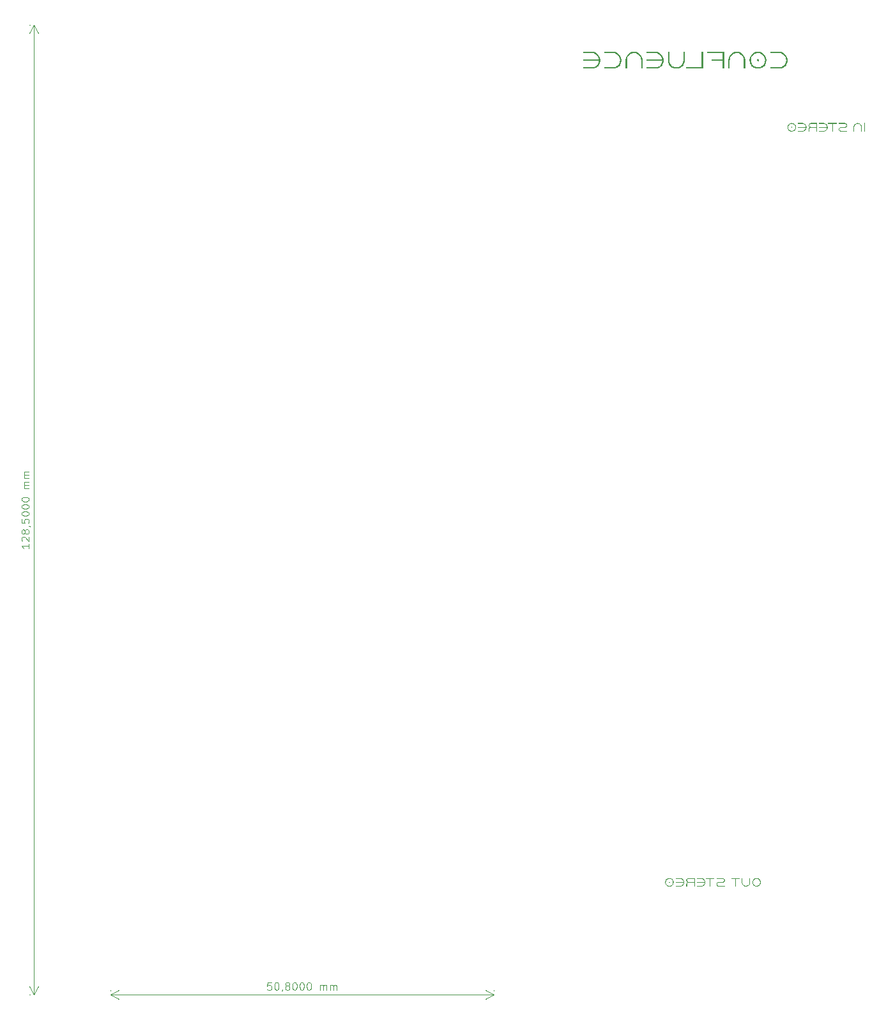
<source format=gbr>
%TF.GenerationSoftware,KiCad,Pcbnew,8.0.0*%
%TF.CreationDate,2024-04-17T18:49:56+02:00*%
%TF.ProjectId,4Channe_Mixer,34436861-6e6e-4655-9f4d-697865722e6b,rev?*%
%TF.SameCoordinates,Original*%
%TF.FileFunction,Legend,Bot*%
%TF.FilePolarity,Positive*%
%FSLAX46Y46*%
G04 Gerber Fmt 4.6, Leading zero omitted, Abs format (unit mm)*
G04 Created by KiCad (PCBNEW 8.0.0) date 2024-04-17 18:49:56*
%MOMM*%
%LPD*%
G01*
G04 APERTURE LIST*
%ADD10C,0.100000*%
%ADD11C,0.125000*%
G04 APERTURE END LIST*
D10*
G36*
X151729587Y-42704528D02*
G01*
X151723808Y-42819725D01*
X151706843Y-42931566D01*
X151679255Y-43039488D01*
X151641606Y-43142929D01*
X151594458Y-43241327D01*
X151538371Y-43334120D01*
X151473908Y-43420744D01*
X151401630Y-43500638D01*
X151322100Y-43573239D01*
X151235878Y-43637985D01*
X151143527Y-43694312D01*
X151045608Y-43741660D01*
X150942683Y-43779465D01*
X150835314Y-43807165D01*
X150724062Y-43824197D01*
X150609490Y-43830000D01*
X149489392Y-43830000D01*
X149489392Y-43642421D01*
X150609490Y-43642421D01*
X150751230Y-43631598D01*
X150886328Y-43600197D01*
X151013189Y-43549819D01*
X151130219Y-43482065D01*
X151235825Y-43398536D01*
X151328412Y-43300834D01*
X151406387Y-43190559D01*
X151468156Y-43069313D01*
X151512124Y-42938696D01*
X151536699Y-42800311D01*
X151541520Y-42704528D01*
X151530761Y-42561978D01*
X151499544Y-42426106D01*
X151449465Y-42298516D01*
X151382117Y-42180811D01*
X151299095Y-42074595D01*
X151201991Y-41981471D01*
X151092400Y-41903044D01*
X150971915Y-41840916D01*
X150842132Y-41796692D01*
X150704643Y-41771974D01*
X150609490Y-41767124D01*
X149489392Y-41767124D01*
X149489392Y-41579546D01*
X150609490Y-41579546D01*
X150724062Y-41585348D01*
X150835314Y-41602380D01*
X150942683Y-41630077D01*
X151045608Y-41667878D01*
X151143527Y-41715218D01*
X151235878Y-41771535D01*
X151322100Y-41836266D01*
X151401630Y-41908846D01*
X151473908Y-41988714D01*
X151538371Y-42075306D01*
X151594458Y-42168059D01*
X151641606Y-42266410D01*
X151679255Y-42369796D01*
X151706843Y-42477653D01*
X151723808Y-42589418D01*
X151729587Y-42704528D01*
G37*
G36*
X147904071Y-42585259D02*
G01*
X147949447Y-42675006D01*
X147950173Y-42689385D01*
X147913616Y-42783552D01*
X147823869Y-42828854D01*
X147809490Y-42829581D01*
X147714908Y-42793074D01*
X147669532Y-42703679D01*
X147668806Y-42689385D01*
X147705363Y-42594804D01*
X147795110Y-42549428D01*
X147809490Y-42548702D01*
X147904071Y-42585259D01*
G37*
G36*
X147924062Y-41585280D02*
G01*
X148035314Y-41602110D01*
X148142683Y-41629475D01*
X148245608Y-41666817D01*
X148343527Y-41713575D01*
X148435878Y-41769191D01*
X148522100Y-41833104D01*
X148601630Y-41904755D01*
X148673908Y-41983585D01*
X148738371Y-42069033D01*
X148794458Y-42160541D01*
X148841606Y-42257549D01*
X148879255Y-42359497D01*
X148906843Y-42465825D01*
X148923808Y-42575974D01*
X148929587Y-42689385D01*
X148923808Y-42806201D01*
X148906843Y-42919598D01*
X148879255Y-43029007D01*
X148841606Y-43133862D01*
X148794458Y-43233593D01*
X148738371Y-43327632D01*
X148673908Y-43415412D01*
X148601630Y-43496364D01*
X148522100Y-43569920D01*
X148435878Y-43635512D01*
X148343527Y-43692571D01*
X148245608Y-43740530D01*
X148142683Y-43778821D01*
X148035314Y-43806875D01*
X147924062Y-43824124D01*
X147809490Y-43830000D01*
X147694997Y-43824124D01*
X147583805Y-43806875D01*
X147476477Y-43778821D01*
X147373577Y-43740530D01*
X147275669Y-43692571D01*
X147183316Y-43635512D01*
X147097082Y-43569920D01*
X147017532Y-43496364D01*
X146945229Y-43415412D01*
X146880737Y-43327632D01*
X146824620Y-43233593D01*
X146777441Y-43133862D01*
X146739765Y-43029007D01*
X146712156Y-42919598D01*
X146695177Y-42806201D01*
X146689392Y-42689385D01*
X146877459Y-42689385D01*
X146888218Y-42833902D01*
X146919435Y-42971790D01*
X146969514Y-43101393D01*
X147036862Y-43221054D01*
X147119884Y-43329117D01*
X147216988Y-43423925D01*
X147326579Y-43503821D01*
X147447064Y-43567148D01*
X147576847Y-43612251D01*
X147714336Y-43637471D01*
X147809490Y-43642421D01*
X147951230Y-43631376D01*
X148086328Y-43599344D01*
X148213189Y-43547982D01*
X148330219Y-43478948D01*
X148435825Y-43393897D01*
X148528412Y-43294487D01*
X148606387Y-43182374D01*
X148668156Y-43059215D01*
X148712124Y-42926666D01*
X148736699Y-42786384D01*
X148741520Y-42689385D01*
X148730761Y-42548902D01*
X148699544Y-42415081D01*
X148649465Y-42289486D01*
X148582117Y-42173679D01*
X148499095Y-42069222D01*
X148401991Y-41977679D01*
X148292400Y-41900611D01*
X148171915Y-41839581D01*
X148042132Y-41796151D01*
X147904643Y-41771884D01*
X147809490Y-41767124D01*
X147667749Y-41777748D01*
X147532651Y-41808575D01*
X147405790Y-41858045D01*
X147288760Y-41924595D01*
X147183154Y-42006662D01*
X147090567Y-42102684D01*
X147012592Y-42211097D01*
X146950823Y-42330341D01*
X146906855Y-42458851D01*
X146882280Y-42595067D01*
X146877459Y-42689385D01*
X146689392Y-42689385D01*
X146695177Y-42575974D01*
X146712156Y-42465825D01*
X146739765Y-42359497D01*
X146777441Y-42257549D01*
X146824620Y-42160541D01*
X146880737Y-42069033D01*
X146945229Y-41983585D01*
X147017532Y-41904755D01*
X147097082Y-41833104D01*
X147183316Y-41769191D01*
X147275669Y-41713575D01*
X147373577Y-41666817D01*
X147476477Y-41629475D01*
X147583805Y-41602110D01*
X147694997Y-41585280D01*
X147809490Y-41579546D01*
X147924062Y-41585280D01*
G37*
G36*
X145009490Y-41579546D02*
G01*
X145124062Y-41585343D01*
X145235314Y-41602359D01*
X145342683Y-41630032D01*
X145445608Y-41667802D01*
X145543527Y-41715105D01*
X145635878Y-41771381D01*
X145722100Y-41836067D01*
X145801630Y-41908602D01*
X145873908Y-41988425D01*
X145938371Y-42074972D01*
X145994458Y-42167684D01*
X146041606Y-42265998D01*
X146079255Y-42369352D01*
X146106843Y-42477185D01*
X146123808Y-42588935D01*
X146129587Y-42704040D01*
X146129587Y-43830000D01*
X145941520Y-43830000D01*
X145941520Y-42704040D01*
X145930761Y-42561614D01*
X145899544Y-42425844D01*
X145849465Y-42298334D01*
X145782117Y-42180691D01*
X145699095Y-42074522D01*
X145601991Y-41981430D01*
X145492400Y-41903024D01*
X145371915Y-41840909D01*
X145242132Y-41796690D01*
X145104643Y-41771974D01*
X145009490Y-41767124D01*
X144867749Y-41777946D01*
X144732651Y-41809342D01*
X144605790Y-41859705D01*
X144488760Y-41927429D01*
X144383154Y-42010908D01*
X144290567Y-42108538D01*
X144212592Y-42218710D01*
X144150823Y-42339820D01*
X144106855Y-42470262D01*
X144082280Y-42608430D01*
X144077459Y-42704040D01*
X144077459Y-43830000D01*
X143889392Y-43830000D01*
X143889392Y-42704040D01*
X143895177Y-42588935D01*
X143912156Y-42477185D01*
X143939765Y-42369352D01*
X143977441Y-42265998D01*
X144024620Y-42167684D01*
X144080737Y-42074972D01*
X144145229Y-41988425D01*
X144217532Y-41908602D01*
X144297082Y-41836067D01*
X144383316Y-41771381D01*
X144475669Y-41715105D01*
X144573577Y-41667802D01*
X144676477Y-41630032D01*
X144783805Y-41602359D01*
X144894997Y-41585343D01*
X145009490Y-41579546D01*
G37*
G36*
X141696580Y-41579546D02*
G01*
X143329587Y-41579546D01*
X143329587Y-41723649D01*
X143329587Y-41767124D01*
X143329587Y-43830000D01*
X143141520Y-43830000D01*
X143141520Y-42798806D01*
X141696580Y-42798806D01*
X141696580Y-42610739D01*
X143141520Y-42610251D01*
X143141520Y-41767124D01*
X141696580Y-41767124D01*
X141257919Y-41767124D01*
X141089392Y-41767124D01*
X141089392Y-41579546D01*
X141696580Y-41579546D01*
G37*
G36*
X138896580Y-43642421D02*
G01*
X140341520Y-43642421D01*
X140341520Y-41579057D01*
X140529587Y-41579057D01*
X140529587Y-43642421D01*
X140529587Y-43685896D01*
X140529587Y-43830000D01*
X138896580Y-43830000D01*
X138289392Y-43830000D01*
X138289392Y-43642421D01*
X138457919Y-43642421D01*
X138896580Y-43642421D01*
G37*
G36*
X136058478Y-42705017D02*
G01*
X136069237Y-42847567D01*
X136100454Y-42983439D01*
X136150533Y-43111030D01*
X136217880Y-43228735D01*
X136300903Y-43334951D01*
X136398007Y-43428074D01*
X136507598Y-43506501D01*
X136628082Y-43568629D01*
X136757866Y-43612854D01*
X136895355Y-43637571D01*
X136990508Y-43642421D01*
X137132249Y-43631599D01*
X137267347Y-43600200D01*
X137394208Y-43549830D01*
X137511238Y-43482091D01*
X137616844Y-43398587D01*
X137709431Y-43300921D01*
X137787406Y-43190697D01*
X137849175Y-43069519D01*
X137893143Y-42938990D01*
X137917718Y-42800713D01*
X137922539Y-42705017D01*
X137922539Y-41579057D01*
X138110606Y-41579057D01*
X138110606Y-42705017D01*
X138104826Y-42820127D01*
X138087862Y-42931893D01*
X138060274Y-43039750D01*
X138022625Y-43143135D01*
X137975476Y-43241486D01*
X137919390Y-43334239D01*
X137854927Y-43420831D01*
X137782649Y-43500699D01*
X137703118Y-43573280D01*
X137616897Y-43638010D01*
X137524546Y-43694327D01*
X137426627Y-43741668D01*
X137323702Y-43779468D01*
X137216333Y-43807166D01*
X137105081Y-43824197D01*
X136990508Y-43830000D01*
X136876016Y-43824197D01*
X136764824Y-43807166D01*
X136657496Y-43779468D01*
X136554596Y-43741668D01*
X136456687Y-43694327D01*
X136364335Y-43638010D01*
X136278101Y-43573280D01*
X136198551Y-43500699D01*
X136126248Y-43420831D01*
X136061756Y-43334239D01*
X136005639Y-43241486D01*
X135958460Y-43143135D01*
X135920784Y-43039750D01*
X135893175Y-42931893D01*
X135876196Y-42820127D01*
X135870411Y-42705017D01*
X135870411Y-41579057D01*
X136058478Y-41579057D01*
X136058478Y-42705017D01*
G37*
G36*
X135310606Y-42704528D02*
G01*
X135304826Y-42819725D01*
X135287862Y-42931566D01*
X135260274Y-43039488D01*
X135222625Y-43142929D01*
X135175476Y-43241327D01*
X135119390Y-43334120D01*
X135054927Y-43420744D01*
X134982649Y-43500638D01*
X134903118Y-43573239D01*
X134816897Y-43637985D01*
X134724546Y-43694312D01*
X134626627Y-43741660D01*
X134523702Y-43779465D01*
X134416333Y-43807165D01*
X134305081Y-43824197D01*
X134190508Y-43830000D01*
X133070411Y-43830000D01*
X133070411Y-43642421D01*
X134190508Y-43642421D01*
X134323674Y-43632866D01*
X134451090Y-43605088D01*
X134571438Y-43560415D01*
X134683400Y-43500174D01*
X134785657Y-43425695D01*
X134876890Y-43338305D01*
X134955780Y-43239333D01*
X135021010Y-43130106D01*
X135071261Y-43011954D01*
X135105213Y-42886204D01*
X135118143Y-42798806D01*
X133070411Y-42798806D01*
X133070411Y-42610739D01*
X135118143Y-42610739D01*
X135095788Y-42480674D01*
X135056256Y-42357343D01*
X135000866Y-42242067D01*
X134930936Y-42136172D01*
X134847785Y-42040979D01*
X134752731Y-41957814D01*
X134647093Y-41887998D01*
X134532189Y-41832856D01*
X134409338Y-41793711D01*
X134279859Y-41771887D01*
X134190508Y-41767613D01*
X133070411Y-41767613D01*
X133070411Y-41579546D01*
X134190508Y-41579546D01*
X134305081Y-41585348D01*
X134416333Y-41602380D01*
X134523702Y-41630077D01*
X134626627Y-41667878D01*
X134724546Y-41715218D01*
X134816897Y-41771535D01*
X134903118Y-41836266D01*
X134982649Y-41908846D01*
X135054927Y-41988714D01*
X135119390Y-42075306D01*
X135175476Y-42168059D01*
X135222625Y-42266410D01*
X135260274Y-42369796D01*
X135287862Y-42477653D01*
X135304826Y-42589418D01*
X135310606Y-42704528D01*
G37*
G36*
X131390508Y-41579546D02*
G01*
X131505081Y-41585343D01*
X131616333Y-41602359D01*
X131723702Y-41630032D01*
X131826627Y-41667802D01*
X131924546Y-41715105D01*
X132016897Y-41771381D01*
X132103118Y-41836067D01*
X132182649Y-41908602D01*
X132254927Y-41988425D01*
X132319390Y-42074972D01*
X132375476Y-42167684D01*
X132422625Y-42265998D01*
X132460274Y-42369352D01*
X132487862Y-42477185D01*
X132504826Y-42588935D01*
X132510606Y-42704040D01*
X132510606Y-43830000D01*
X132322539Y-43830000D01*
X132322539Y-42704040D01*
X132311779Y-42561614D01*
X132280563Y-42425844D01*
X132230484Y-42298334D01*
X132163136Y-42180691D01*
X132080113Y-42074522D01*
X131983010Y-41981430D01*
X131873418Y-41903024D01*
X131752934Y-41840909D01*
X131623151Y-41796690D01*
X131485661Y-41771974D01*
X131390508Y-41767124D01*
X131248768Y-41777946D01*
X131113670Y-41809342D01*
X130986809Y-41859705D01*
X130869779Y-41927429D01*
X130764173Y-42010908D01*
X130671586Y-42108538D01*
X130593611Y-42218710D01*
X130531842Y-42339820D01*
X130487874Y-42470262D01*
X130463299Y-42608430D01*
X130458478Y-42704040D01*
X130458478Y-43830000D01*
X130270411Y-43830000D01*
X130270411Y-42704040D01*
X130276196Y-42588935D01*
X130293175Y-42477185D01*
X130320784Y-42369352D01*
X130358460Y-42265998D01*
X130405639Y-42167684D01*
X130461756Y-42074972D01*
X130526248Y-41988425D01*
X130598551Y-41908602D01*
X130678101Y-41836067D01*
X130764335Y-41771381D01*
X130856687Y-41715105D01*
X130954596Y-41667802D01*
X131057496Y-41630032D01*
X131164824Y-41602359D01*
X131276016Y-41585343D01*
X131390508Y-41579546D01*
G37*
G36*
X129710606Y-42704528D02*
G01*
X129704826Y-42819725D01*
X129687862Y-42931566D01*
X129660274Y-43039488D01*
X129622625Y-43142929D01*
X129575476Y-43241327D01*
X129519390Y-43334120D01*
X129454927Y-43420744D01*
X129382649Y-43500638D01*
X129303118Y-43573239D01*
X129216897Y-43637985D01*
X129124546Y-43694312D01*
X129026627Y-43741660D01*
X128923702Y-43779465D01*
X128816333Y-43807165D01*
X128705081Y-43824197D01*
X128590508Y-43830000D01*
X127470411Y-43830000D01*
X127470411Y-43642421D01*
X128590508Y-43642421D01*
X128732249Y-43631598D01*
X128867347Y-43600197D01*
X128994208Y-43549819D01*
X129111238Y-43482065D01*
X129216844Y-43398536D01*
X129309431Y-43300834D01*
X129387406Y-43190559D01*
X129449175Y-43069313D01*
X129493143Y-42938696D01*
X129517718Y-42800311D01*
X129522539Y-42704528D01*
X129511779Y-42561978D01*
X129480563Y-42426106D01*
X129430484Y-42298516D01*
X129363136Y-42180811D01*
X129280113Y-42074595D01*
X129183010Y-41981471D01*
X129073418Y-41903044D01*
X128952934Y-41840916D01*
X128823151Y-41796692D01*
X128685661Y-41771974D01*
X128590508Y-41767124D01*
X127470411Y-41767124D01*
X127470411Y-41579546D01*
X128590508Y-41579546D01*
X128705081Y-41585348D01*
X128816333Y-41602380D01*
X128923702Y-41630077D01*
X129026627Y-41667878D01*
X129124546Y-41715218D01*
X129216897Y-41771535D01*
X129303118Y-41836266D01*
X129382649Y-41908846D01*
X129454927Y-41988714D01*
X129519390Y-42075306D01*
X129575476Y-42168059D01*
X129622625Y-42266410D01*
X129660274Y-42369796D01*
X129687862Y-42477653D01*
X129704826Y-42589418D01*
X129710606Y-42704528D01*
G37*
G36*
X126910606Y-42704528D02*
G01*
X126904826Y-42819725D01*
X126887862Y-42931566D01*
X126860274Y-43039488D01*
X126822625Y-43142929D01*
X126775476Y-43241327D01*
X126719390Y-43334120D01*
X126654927Y-43420744D01*
X126582649Y-43500638D01*
X126503118Y-43573239D01*
X126416897Y-43637985D01*
X126324546Y-43694312D01*
X126226627Y-43741660D01*
X126123702Y-43779465D01*
X126016333Y-43807165D01*
X125905081Y-43824197D01*
X125790508Y-43830000D01*
X124670411Y-43830000D01*
X124670411Y-43642421D01*
X125790508Y-43642421D01*
X125923674Y-43632866D01*
X126051090Y-43605088D01*
X126171438Y-43560415D01*
X126283400Y-43500174D01*
X126385657Y-43425695D01*
X126476890Y-43338305D01*
X126555780Y-43239333D01*
X126621010Y-43130106D01*
X126671261Y-43011954D01*
X126705213Y-42886204D01*
X126718143Y-42798806D01*
X124670411Y-42798806D01*
X124670411Y-42610739D01*
X126718143Y-42610739D01*
X126695788Y-42480674D01*
X126656256Y-42357343D01*
X126600866Y-42242067D01*
X126530936Y-42136172D01*
X126447785Y-42040979D01*
X126352731Y-41957814D01*
X126247093Y-41887998D01*
X126132189Y-41832856D01*
X126009338Y-41793711D01*
X125879859Y-41771887D01*
X125790508Y-41767613D01*
X124670411Y-41767613D01*
X124670411Y-41579546D01*
X125790508Y-41579546D01*
X125905081Y-41585348D01*
X126016333Y-41602380D01*
X126123702Y-41630077D01*
X126226627Y-41667878D01*
X126324546Y-41715218D01*
X126416897Y-41771535D01*
X126503118Y-41836266D01*
X126582649Y-41908846D01*
X126654927Y-41988714D01*
X126719390Y-42075306D01*
X126775476Y-42168059D01*
X126822625Y-42266410D01*
X126860274Y-42369796D01*
X126887862Y-42477653D01*
X126904826Y-42589418D01*
X126910606Y-42704528D01*
G37*
D11*
G36*
X147682163Y-151027674D02*
G01*
X147737789Y-151036190D01*
X147791473Y-151050038D01*
X147842936Y-151068939D01*
X147891895Y-151092609D01*
X147938071Y-151120767D01*
X147981182Y-151153133D01*
X148020947Y-151189423D01*
X148057086Y-151229357D01*
X148089317Y-151272653D01*
X148117361Y-151319029D01*
X148140935Y-151368205D01*
X148159759Y-151419898D01*
X148173553Y-151473826D01*
X148182036Y-151529709D01*
X148184925Y-151587264D01*
X148182036Y-151644862D01*
X148173553Y-151700783D01*
X148159759Y-151754744D01*
X148140935Y-151806464D01*
X148117361Y-151855663D01*
X148089317Y-151902060D01*
X148057086Y-151945372D01*
X148020947Y-151985319D01*
X147981182Y-152021619D01*
X147938071Y-152053992D01*
X147891895Y-152082156D01*
X147842936Y-152105830D01*
X147791473Y-152124732D01*
X147737789Y-152138582D01*
X147682163Y-152147098D01*
X147624877Y-152150000D01*
X147567630Y-152147098D01*
X147512034Y-152138582D01*
X147458370Y-152124732D01*
X147406920Y-152105830D01*
X147357966Y-152082156D01*
X147311790Y-152053992D01*
X147268673Y-152021619D01*
X147228898Y-151985319D01*
X147192746Y-151945372D01*
X147160500Y-151902060D01*
X147132442Y-151855663D01*
X147108852Y-151806464D01*
X147090014Y-151754744D01*
X147076210Y-151700783D01*
X147067720Y-151644862D01*
X147064828Y-151587264D01*
X147158861Y-151587264D01*
X147164241Y-151658602D01*
X147179849Y-151726588D01*
X147204889Y-151790424D01*
X147238563Y-151849307D01*
X147280074Y-151902438D01*
X147328626Y-151949016D01*
X147383421Y-151988241D01*
X147443664Y-152019310D01*
X147508555Y-152041426D01*
X147577300Y-152053785D01*
X147624877Y-152056210D01*
X147695747Y-152050799D01*
X147763296Y-152035098D01*
X147826726Y-152009909D01*
X147885241Y-151976032D01*
X147938044Y-151934268D01*
X147984338Y-151885417D01*
X148023325Y-151830279D01*
X148054210Y-151769656D01*
X148076194Y-151704348D01*
X148088481Y-151635155D01*
X148090892Y-151587264D01*
X148085512Y-151515989D01*
X148069904Y-151448053D01*
X148044864Y-151384258D01*
X148011190Y-151325405D01*
X147969679Y-151272297D01*
X147921127Y-151225735D01*
X147866332Y-151186522D01*
X147806089Y-151155458D01*
X147741198Y-151133346D01*
X147672453Y-151120987D01*
X147624877Y-151118562D01*
X147554006Y-151123973D01*
X147486457Y-151139672D01*
X147423027Y-151164857D01*
X147364512Y-151198727D01*
X147311709Y-151240479D01*
X147265415Y-151289312D01*
X147226428Y-151344424D01*
X147195543Y-151405013D01*
X147173559Y-151470278D01*
X147161272Y-151539416D01*
X147158861Y-151587264D01*
X147064828Y-151587264D01*
X147067720Y-151529709D01*
X147076210Y-151473826D01*
X147090014Y-151419898D01*
X147108852Y-151368205D01*
X147132442Y-151319029D01*
X147160500Y-151272653D01*
X147192746Y-151229357D01*
X147228898Y-151189423D01*
X147268673Y-151153133D01*
X147311790Y-151120767D01*
X147357966Y-151092609D01*
X147406920Y-151068939D01*
X147458370Y-151050038D01*
X147512034Y-151036190D01*
X147567630Y-151027674D01*
X147624877Y-151024773D01*
X147682163Y-151027674D01*
G37*
G36*
X145758861Y-151587508D02*
G01*
X145764241Y-151658783D01*
X145779849Y-151726719D01*
X145804889Y-151790515D01*
X145838563Y-151849367D01*
X145880074Y-151902475D01*
X145928626Y-151949037D01*
X145983421Y-151988250D01*
X146043664Y-152019314D01*
X146108555Y-152041427D01*
X146177300Y-152053785D01*
X146224877Y-152056210D01*
X146295747Y-152050799D01*
X146363296Y-152035100D01*
X146426726Y-152009915D01*
X146485241Y-151976045D01*
X146538044Y-151934293D01*
X146584338Y-151885460D01*
X146623325Y-151830348D01*
X146654210Y-151769759D01*
X146676194Y-151704495D01*
X146688481Y-151635356D01*
X146690892Y-151587508D01*
X146690892Y-151024528D01*
X146784925Y-151024528D01*
X146784925Y-151587508D01*
X146782036Y-151645063D01*
X146773553Y-151700946D01*
X146759759Y-151754875D01*
X146740935Y-151806567D01*
X146717361Y-151855743D01*
X146689317Y-151902119D01*
X146657086Y-151945415D01*
X146620947Y-151985349D01*
X146581182Y-152021640D01*
X146538071Y-152054005D01*
X146491895Y-152082163D01*
X146442936Y-152105834D01*
X146391473Y-152124734D01*
X146337789Y-152138583D01*
X146282163Y-152147098D01*
X146224877Y-152150000D01*
X146167630Y-152147098D01*
X146112034Y-152138583D01*
X146058370Y-152124734D01*
X146006920Y-152105834D01*
X145957966Y-152082163D01*
X145911790Y-152054005D01*
X145868673Y-152021640D01*
X145828898Y-151985349D01*
X145792746Y-151945415D01*
X145760500Y-151902119D01*
X145732442Y-151855743D01*
X145708852Y-151806567D01*
X145690014Y-151754875D01*
X145676210Y-151700946D01*
X145667720Y-151645063D01*
X145664828Y-151587508D01*
X145664828Y-151024528D01*
X145758861Y-151024528D01*
X145758861Y-151587508D01*
G37*
G36*
X145384925Y-151118562D02*
G01*
X144872015Y-151118562D01*
X144872015Y-152150000D01*
X144777982Y-152150000D01*
X144777982Y-151118562D01*
X144264828Y-151118562D01*
X144264828Y-151024773D01*
X145384925Y-151024773D01*
X145384925Y-151118562D01*
G37*
G36*
X143121771Y-151024773D02*
G01*
X143182911Y-151030948D01*
X143239855Y-151048667D01*
X143291383Y-151076718D01*
X143336277Y-151113891D01*
X143373317Y-151158975D01*
X143401284Y-151210760D01*
X143418958Y-151268034D01*
X143425121Y-151329588D01*
X143418958Y-151391071D01*
X143401284Y-151448313D01*
X143373317Y-151500093D01*
X143336277Y-151545193D01*
X143291383Y-151582393D01*
X143239855Y-151610475D01*
X143182911Y-151628218D01*
X143121771Y-151634403D01*
X142608617Y-151634403D01*
X142556315Y-151641048D01*
X142508821Y-151659874D01*
X142467797Y-151689213D01*
X142434902Y-151727401D01*
X142411796Y-151772771D01*
X142400141Y-151823658D01*
X142399057Y-151845184D01*
X142405667Y-151897827D01*
X142424392Y-151945645D01*
X142453570Y-151986960D01*
X142491542Y-152020095D01*
X142536647Y-152043373D01*
X142587225Y-152055118D01*
X142608617Y-152056210D01*
X143425121Y-152056210D01*
X143425121Y-152150000D01*
X142608617Y-152150000D01*
X142547467Y-152143824D01*
X142490495Y-152126106D01*
X142438927Y-152098054D01*
X142393989Y-152060881D01*
X142356904Y-152015797D01*
X142328898Y-151964012D01*
X142311196Y-151906738D01*
X142305023Y-151845184D01*
X142311196Y-151783631D01*
X142328898Y-151726356D01*
X142356904Y-151674572D01*
X142393989Y-151629487D01*
X142438927Y-151592314D01*
X142490495Y-151564263D01*
X142547467Y-151546545D01*
X142608617Y-151540369D01*
X143121771Y-151540369D01*
X143174057Y-151533708D01*
X143221510Y-151514842D01*
X143262481Y-151485448D01*
X143295320Y-151447204D01*
X143318378Y-151401786D01*
X143330006Y-151350872D01*
X143331087Y-151329344D01*
X143324493Y-151276798D01*
X143305809Y-151229048D01*
X143276684Y-151187776D01*
X143238769Y-151154665D01*
X143193711Y-151131397D01*
X143143160Y-151119655D01*
X143121771Y-151118562D01*
X142305023Y-151118562D01*
X142305023Y-151024773D01*
X143121771Y-151024773D01*
G37*
G36*
X142025121Y-151118562D02*
G01*
X141512211Y-151118562D01*
X141512211Y-152150000D01*
X141418177Y-152150000D01*
X141418177Y-151118562D01*
X140905023Y-151118562D01*
X140905023Y-151024773D01*
X142025121Y-151024773D01*
X142025121Y-151118562D01*
G37*
G36*
X140835170Y-151587264D02*
G01*
X140832280Y-151644862D01*
X140823798Y-151700783D01*
X140810004Y-151754744D01*
X140791179Y-151806464D01*
X140767605Y-151855663D01*
X140739561Y-151902060D01*
X140707330Y-151945372D01*
X140671191Y-151985319D01*
X140631426Y-152021619D01*
X140588315Y-152053992D01*
X140542139Y-152082156D01*
X140493180Y-152105830D01*
X140441718Y-152124732D01*
X140388033Y-152138582D01*
X140332407Y-152147098D01*
X140275121Y-152150000D01*
X139715072Y-152150000D01*
X139715072Y-152056210D01*
X140275121Y-152056210D01*
X140341703Y-152051433D01*
X140405412Y-152037544D01*
X140465586Y-152015207D01*
X140521567Y-151985087D01*
X140572695Y-151947847D01*
X140618311Y-151904152D01*
X140657757Y-151854666D01*
X140690372Y-151800053D01*
X140715497Y-151740977D01*
X140732473Y-151678102D01*
X140738938Y-151634403D01*
X139715072Y-151634403D01*
X139715072Y-151540369D01*
X140738938Y-151540369D01*
X140727761Y-151475337D01*
X140707995Y-151413671D01*
X140680300Y-151356033D01*
X140645335Y-151303086D01*
X140603759Y-151255489D01*
X140556232Y-151213907D01*
X140503413Y-151178999D01*
X140445961Y-151151428D01*
X140384536Y-151131855D01*
X140319796Y-151120943D01*
X140275121Y-151118806D01*
X139715072Y-151118806D01*
X139715072Y-151024773D01*
X140275121Y-151024773D01*
X140332407Y-151027674D01*
X140388033Y-151036190D01*
X140441718Y-151050038D01*
X140493180Y-151068939D01*
X140542139Y-151092609D01*
X140588315Y-151120767D01*
X140631426Y-151153133D01*
X140671191Y-151189423D01*
X140707330Y-151229357D01*
X140739561Y-151272653D01*
X140767605Y-151319029D01*
X140791179Y-151368205D01*
X140810004Y-151419898D01*
X140823798Y-151473826D01*
X140832280Y-151529709D01*
X140835170Y-151587264D01*
G37*
G36*
X139435170Y-152150000D02*
G01*
X139341136Y-152150000D01*
X139341136Y-151634403D01*
X138618422Y-151634403D01*
X138566217Y-151641047D01*
X138518791Y-151659866D01*
X138477809Y-151689188D01*
X138444938Y-151727342D01*
X138421842Y-151772655D01*
X138410190Y-151823457D01*
X138409105Y-151844940D01*
X138409105Y-152150000D01*
X138315072Y-152150000D01*
X138315072Y-151844940D01*
X138319115Y-151795084D01*
X138334018Y-151738759D01*
X138358837Y-151687304D01*
X138392461Y-151641830D01*
X138433780Y-151603448D01*
X138456977Y-151587264D01*
X138412228Y-151552845D01*
X138374618Y-151510778D01*
X138345258Y-151462175D01*
X138325258Y-151408146D01*
X138316543Y-151359779D01*
X138315072Y-151329588D01*
X138409105Y-151329588D01*
X138415715Y-151382118D01*
X138434433Y-151429834D01*
X138463594Y-151471070D01*
X138501531Y-151504159D01*
X138546580Y-151527437D01*
X138597073Y-151539237D01*
X138618422Y-151540369D01*
X139341380Y-151540369D01*
X139341380Y-151118562D01*
X138618666Y-151118562D01*
X138566363Y-151125223D01*
X138518870Y-151144089D01*
X138477845Y-151173483D01*
X138444950Y-151211727D01*
X138421845Y-151257145D01*
X138410190Y-151308059D01*
X138409105Y-151329588D01*
X138315072Y-151329588D01*
X138321245Y-151268034D01*
X138338947Y-151210760D01*
X138366953Y-151158975D01*
X138404037Y-151113891D01*
X138448976Y-151076718D01*
X138500544Y-151048667D01*
X138557515Y-151030948D01*
X138618666Y-151024773D01*
X139435170Y-151024773D01*
X139435170Y-152150000D01*
G37*
G36*
X138035170Y-151587264D02*
G01*
X138032280Y-151644862D01*
X138023798Y-151700783D01*
X138010004Y-151754744D01*
X137991179Y-151806464D01*
X137967605Y-151855663D01*
X137939561Y-151902060D01*
X137907330Y-151945372D01*
X137871191Y-151985319D01*
X137831426Y-152021619D01*
X137788315Y-152053992D01*
X137742139Y-152082156D01*
X137693180Y-152105830D01*
X137641718Y-152124732D01*
X137588033Y-152138582D01*
X137532407Y-152147098D01*
X137475121Y-152150000D01*
X136915072Y-152150000D01*
X136915072Y-152056210D01*
X137475121Y-152056210D01*
X137541703Y-152051433D01*
X137605412Y-152037544D01*
X137665586Y-152015207D01*
X137721567Y-151985087D01*
X137772695Y-151947847D01*
X137818311Y-151904152D01*
X137857757Y-151854666D01*
X137890372Y-151800053D01*
X137915497Y-151740977D01*
X137932473Y-151678102D01*
X137938938Y-151634403D01*
X136915072Y-151634403D01*
X136915072Y-151540369D01*
X137938938Y-151540369D01*
X137927761Y-151475337D01*
X137907995Y-151413671D01*
X137880300Y-151356033D01*
X137845335Y-151303086D01*
X137803759Y-151255489D01*
X137756232Y-151213907D01*
X137703413Y-151178999D01*
X137645961Y-151151428D01*
X137584536Y-151131855D01*
X137519796Y-151120943D01*
X137475121Y-151118806D01*
X136915072Y-151118806D01*
X136915072Y-151024773D01*
X137475121Y-151024773D01*
X137532407Y-151027674D01*
X137588033Y-151036190D01*
X137641718Y-151050038D01*
X137693180Y-151068939D01*
X137742139Y-151092609D01*
X137788315Y-151120767D01*
X137831426Y-151153133D01*
X137871191Y-151189423D01*
X137907330Y-151229357D01*
X137939561Y-151272653D01*
X137967605Y-151319029D01*
X137991179Y-151368205D01*
X138010004Y-151419898D01*
X138023798Y-151473826D01*
X138032280Y-151529709D01*
X138035170Y-151587264D01*
G37*
G36*
X136122411Y-151527629D02*
G01*
X136145099Y-151572503D01*
X136145463Y-151579692D01*
X136127184Y-151626776D01*
X136082310Y-151649427D01*
X136075121Y-151649790D01*
X136027830Y-151631537D01*
X136005142Y-151586839D01*
X136004779Y-151579692D01*
X136023057Y-151532402D01*
X136067931Y-151509714D01*
X136075121Y-151509351D01*
X136122411Y-151527629D01*
G37*
G36*
X136132407Y-151027640D02*
G01*
X136188033Y-151036055D01*
X136241718Y-151049737D01*
X136293180Y-151068408D01*
X136342139Y-151091787D01*
X136388315Y-151119595D01*
X136431426Y-151151552D01*
X136471191Y-151187377D01*
X136507330Y-151226792D01*
X136539561Y-151269516D01*
X136567605Y-151315270D01*
X136591179Y-151363774D01*
X136610004Y-151414748D01*
X136623798Y-151467912D01*
X136632280Y-151522987D01*
X136635170Y-151579692D01*
X136632280Y-151638100D01*
X136623798Y-151694799D01*
X136610004Y-151749503D01*
X136591179Y-151801931D01*
X136567605Y-151851796D01*
X136539561Y-151898816D01*
X136507330Y-151942706D01*
X136471191Y-151983182D01*
X136431426Y-152019960D01*
X136388315Y-152052756D01*
X136342139Y-152081285D01*
X136293180Y-152105265D01*
X136241718Y-152124410D01*
X136188033Y-152138437D01*
X136132407Y-152147062D01*
X136075121Y-152150000D01*
X136017875Y-152147062D01*
X135962279Y-152138437D01*
X135908615Y-152124410D01*
X135857165Y-152105265D01*
X135808210Y-152081285D01*
X135762034Y-152052756D01*
X135718917Y-152019960D01*
X135679142Y-151983182D01*
X135642991Y-151942706D01*
X135610744Y-151898816D01*
X135582686Y-151851796D01*
X135559097Y-151801931D01*
X135540259Y-151749503D01*
X135526454Y-151694799D01*
X135517964Y-151638100D01*
X135515072Y-151579692D01*
X135609105Y-151579692D01*
X135614485Y-151651951D01*
X135630093Y-151720895D01*
X135655133Y-151785696D01*
X135688807Y-151845527D01*
X135730318Y-151899558D01*
X135778870Y-151946962D01*
X135833666Y-151986910D01*
X135893908Y-152018574D01*
X135958800Y-152041125D01*
X136027544Y-152053735D01*
X136075121Y-152056210D01*
X136145991Y-152050688D01*
X136213540Y-152034672D01*
X136276970Y-152008991D01*
X136335486Y-151974474D01*
X136388288Y-151931948D01*
X136434582Y-151882243D01*
X136473570Y-151826187D01*
X136504454Y-151764607D01*
X136526438Y-151698333D01*
X136538725Y-151628192D01*
X136541136Y-151579692D01*
X136535756Y-151509451D01*
X136520148Y-151442540D01*
X136495109Y-151379743D01*
X136461435Y-151321839D01*
X136419923Y-151269611D01*
X136371371Y-151223839D01*
X136316576Y-151185305D01*
X136256334Y-151154790D01*
X136191442Y-151133075D01*
X136122697Y-151120942D01*
X136075121Y-151118562D01*
X136004250Y-151123874D01*
X135936702Y-151139287D01*
X135873271Y-151164022D01*
X135814756Y-151197297D01*
X135761953Y-151238331D01*
X135715659Y-151286342D01*
X135676672Y-151340548D01*
X135645788Y-151400170D01*
X135623803Y-151464425D01*
X135611516Y-151532533D01*
X135609105Y-151579692D01*
X135515072Y-151579692D01*
X135517964Y-151522987D01*
X135526454Y-151467912D01*
X135540259Y-151414748D01*
X135559097Y-151363774D01*
X135582686Y-151315270D01*
X135610744Y-151269516D01*
X135642991Y-151226792D01*
X135679142Y-151187377D01*
X135718917Y-151151552D01*
X135762034Y-151119595D01*
X135808210Y-151091787D01*
X135857165Y-151068408D01*
X135908615Y-151049737D01*
X135962279Y-151036055D01*
X136017875Y-151027640D01*
X136075121Y-151024773D01*
X136132407Y-151027640D01*
G37*
G36*
X161971772Y-52150000D02*
G01*
X161877738Y-52150000D01*
X161877982Y-51024528D01*
X161971772Y-51024528D01*
X161971772Y-52150000D01*
G37*
G36*
X161038275Y-51024773D02*
G01*
X161095562Y-51027671D01*
X161151188Y-51036179D01*
X161204872Y-51050016D01*
X161256335Y-51068901D01*
X161305294Y-51092552D01*
X161351470Y-51120690D01*
X161394580Y-51153033D01*
X161434346Y-51189301D01*
X161470485Y-51229212D01*
X161502716Y-51272486D01*
X161530759Y-51318842D01*
X161554334Y-51367999D01*
X161573158Y-51419676D01*
X161586952Y-51473592D01*
X161595434Y-51529467D01*
X161598324Y-51587020D01*
X161598324Y-52150000D01*
X161504291Y-52150000D01*
X161504291Y-51587020D01*
X161498911Y-51515807D01*
X161483303Y-51447922D01*
X161458263Y-51384167D01*
X161424589Y-51325345D01*
X161383078Y-51272261D01*
X161334526Y-51225715D01*
X161279731Y-51186512D01*
X161219488Y-51155454D01*
X161154597Y-51133345D01*
X161085852Y-51120987D01*
X161038275Y-51118562D01*
X160967405Y-51123973D01*
X160899856Y-51139671D01*
X160836426Y-51164852D01*
X160777911Y-51198714D01*
X160725108Y-51240454D01*
X160678814Y-51289269D01*
X160639827Y-51344355D01*
X160608942Y-51404910D01*
X160586958Y-51470131D01*
X160574671Y-51539215D01*
X160572260Y-51587020D01*
X160572260Y-52150000D01*
X160478227Y-52150000D01*
X160478227Y-51587020D01*
X160481119Y-51529467D01*
X160489609Y-51473592D01*
X160503413Y-51419676D01*
X160522251Y-51367999D01*
X160545841Y-51318842D01*
X160573899Y-51272486D01*
X160606145Y-51229212D01*
X160642297Y-51189301D01*
X160682072Y-51153033D01*
X160725189Y-51120690D01*
X160771365Y-51092552D01*
X160820319Y-51068901D01*
X160871769Y-51050016D01*
X160925433Y-51036179D01*
X160981029Y-51027671D01*
X161038275Y-51024773D01*
G37*
G36*
X159335170Y-51024773D02*
G01*
X159396310Y-51030948D01*
X159453254Y-51048667D01*
X159504782Y-51076718D01*
X159549676Y-51113891D01*
X159586716Y-51158975D01*
X159614683Y-51210760D01*
X159632357Y-51268034D01*
X159638520Y-51329588D01*
X159632357Y-51391071D01*
X159614683Y-51448313D01*
X159586716Y-51500093D01*
X159549676Y-51545193D01*
X159504782Y-51582393D01*
X159453254Y-51610475D01*
X159396310Y-51628218D01*
X159335170Y-51634403D01*
X158822016Y-51634403D01*
X158769714Y-51641048D01*
X158722220Y-51659874D01*
X158681196Y-51689213D01*
X158648300Y-51727401D01*
X158625195Y-51772771D01*
X158613540Y-51823658D01*
X158612455Y-51845184D01*
X158619066Y-51897827D01*
X158637791Y-51945645D01*
X158666969Y-51986960D01*
X158704941Y-52020095D01*
X158750046Y-52043373D01*
X158800624Y-52055118D01*
X158822016Y-52056210D01*
X159638520Y-52056210D01*
X159638520Y-52150000D01*
X158822016Y-52150000D01*
X158760865Y-52143824D01*
X158703894Y-52126106D01*
X158652326Y-52098054D01*
X158607387Y-52060881D01*
X158570303Y-52015797D01*
X158542297Y-51964012D01*
X158524595Y-51906738D01*
X158518422Y-51845184D01*
X158524595Y-51783631D01*
X158542297Y-51726356D01*
X158570303Y-51674572D01*
X158607387Y-51629487D01*
X158652326Y-51592314D01*
X158703894Y-51564263D01*
X158760865Y-51546545D01*
X158822016Y-51540369D01*
X159335170Y-51540369D01*
X159387456Y-51533708D01*
X159434909Y-51514842D01*
X159475880Y-51485448D01*
X159508718Y-51447204D01*
X159531776Y-51401786D01*
X159543405Y-51350872D01*
X159544486Y-51329344D01*
X159537892Y-51276798D01*
X159519208Y-51229048D01*
X159490083Y-51187776D01*
X159452168Y-51154665D01*
X159407110Y-51131397D01*
X159356559Y-51119655D01*
X159335170Y-51118562D01*
X158518422Y-51118562D01*
X158518422Y-51024773D01*
X159335170Y-51024773D01*
G37*
G36*
X158238520Y-51118562D02*
G01*
X157725610Y-51118562D01*
X157725610Y-52150000D01*
X157631576Y-52150000D01*
X157631576Y-51118562D01*
X157118422Y-51118562D01*
X157118422Y-51024773D01*
X158238520Y-51024773D01*
X158238520Y-51118562D01*
G37*
G36*
X157048569Y-51587264D02*
G01*
X157045679Y-51644862D01*
X157037196Y-51700783D01*
X157023403Y-51754744D01*
X157004578Y-51806464D01*
X156981004Y-51855663D01*
X156952960Y-51902060D01*
X156920729Y-51945372D01*
X156884590Y-51985319D01*
X156844825Y-52021619D01*
X156801714Y-52053992D01*
X156755538Y-52082156D01*
X156706579Y-52105830D01*
X156655116Y-52124732D01*
X156601432Y-52138582D01*
X156545806Y-52147098D01*
X156488520Y-52150000D01*
X155928471Y-52150000D01*
X155928471Y-52056210D01*
X156488520Y-52056210D01*
X156555102Y-52051433D01*
X156618810Y-52037544D01*
X156678985Y-52015207D01*
X156734965Y-51985087D01*
X156786094Y-51947847D01*
X156831710Y-51904152D01*
X156871156Y-51854666D01*
X156903771Y-51800053D01*
X156928896Y-51740977D01*
X156945872Y-51678102D01*
X156952337Y-51634403D01*
X155928471Y-51634403D01*
X155928471Y-51540369D01*
X156952337Y-51540369D01*
X156941160Y-51475337D01*
X156921394Y-51413671D01*
X156893699Y-51356033D01*
X156858734Y-51303086D01*
X156817158Y-51255489D01*
X156769631Y-51213907D01*
X156716812Y-51178999D01*
X156659360Y-51151428D01*
X156597935Y-51131855D01*
X156533195Y-51120943D01*
X156488520Y-51118806D01*
X155928471Y-51118806D01*
X155928471Y-51024773D01*
X156488520Y-51024773D01*
X156545806Y-51027674D01*
X156601432Y-51036190D01*
X156655116Y-51050038D01*
X156706579Y-51068939D01*
X156755538Y-51092609D01*
X156801714Y-51120767D01*
X156844825Y-51153133D01*
X156884590Y-51189423D01*
X156920729Y-51229357D01*
X156952960Y-51272653D01*
X156981004Y-51319029D01*
X157004578Y-51368205D01*
X157023403Y-51419898D01*
X157037196Y-51473826D01*
X157045679Y-51529709D01*
X157048569Y-51587264D01*
G37*
G36*
X155648569Y-52150000D02*
G01*
X155554535Y-52150000D01*
X155554535Y-51634403D01*
X154831820Y-51634403D01*
X154779616Y-51641047D01*
X154732190Y-51659866D01*
X154691208Y-51689188D01*
X154658336Y-51727342D01*
X154635241Y-51772655D01*
X154623589Y-51823457D01*
X154622504Y-51844940D01*
X154622504Y-52150000D01*
X154528471Y-52150000D01*
X154528471Y-51844940D01*
X154532514Y-51795084D01*
X154547417Y-51738759D01*
X154572236Y-51687304D01*
X154605860Y-51641830D01*
X154647179Y-51603448D01*
X154670376Y-51587264D01*
X154625627Y-51552845D01*
X154588017Y-51510778D01*
X154558656Y-51462175D01*
X154538657Y-51408146D01*
X154529942Y-51359779D01*
X154528471Y-51329588D01*
X154622504Y-51329588D01*
X154629114Y-51382118D01*
X154647832Y-51429834D01*
X154676993Y-51471070D01*
X154714930Y-51504159D01*
X154759979Y-51527437D01*
X154810472Y-51539237D01*
X154831820Y-51540369D01*
X155554779Y-51540369D01*
X155554779Y-51118562D01*
X154832065Y-51118562D01*
X154779762Y-51125223D01*
X154732269Y-51144089D01*
X154691244Y-51173483D01*
X154658349Y-51211727D01*
X154635244Y-51257145D01*
X154623589Y-51308059D01*
X154622504Y-51329588D01*
X154528471Y-51329588D01*
X154534644Y-51268034D01*
X154552346Y-51210760D01*
X154580351Y-51158975D01*
X154617436Y-51113891D01*
X154662375Y-51076718D01*
X154713943Y-51048667D01*
X154770914Y-51030948D01*
X154832065Y-51024773D01*
X155648569Y-51024773D01*
X155648569Y-52150000D01*
G37*
G36*
X154248569Y-51587264D02*
G01*
X154245679Y-51644862D01*
X154237196Y-51700783D01*
X154223403Y-51754744D01*
X154204578Y-51806464D01*
X154181004Y-51855663D01*
X154152960Y-51902060D01*
X154120729Y-51945372D01*
X154084590Y-51985319D01*
X154044825Y-52021619D01*
X154001714Y-52053992D01*
X153955538Y-52082156D01*
X153906579Y-52105830D01*
X153855116Y-52124732D01*
X153801432Y-52138582D01*
X153745806Y-52147098D01*
X153688520Y-52150000D01*
X153128471Y-52150000D01*
X153128471Y-52056210D01*
X153688520Y-52056210D01*
X153755102Y-52051433D01*
X153818810Y-52037544D01*
X153878985Y-52015207D01*
X153934965Y-51985087D01*
X153986094Y-51947847D01*
X154031710Y-51904152D01*
X154071156Y-51854666D01*
X154103771Y-51800053D01*
X154128896Y-51740977D01*
X154145872Y-51678102D01*
X154152337Y-51634403D01*
X153128471Y-51634403D01*
X153128471Y-51540369D01*
X154152337Y-51540369D01*
X154141160Y-51475337D01*
X154121394Y-51413671D01*
X154093699Y-51356033D01*
X154058734Y-51303086D01*
X154017158Y-51255489D01*
X153969631Y-51213907D01*
X153916812Y-51178999D01*
X153859360Y-51151428D01*
X153797935Y-51131855D01*
X153733195Y-51120943D01*
X153688520Y-51118806D01*
X153128471Y-51118806D01*
X153128471Y-51024773D01*
X153688520Y-51024773D01*
X153745806Y-51027674D01*
X153801432Y-51036190D01*
X153855116Y-51050038D01*
X153906579Y-51068939D01*
X153955538Y-51092609D01*
X154001714Y-51120767D01*
X154044825Y-51153133D01*
X154084590Y-51189423D01*
X154120729Y-51229357D01*
X154152960Y-51272653D01*
X154181004Y-51319029D01*
X154204578Y-51368205D01*
X154223403Y-51419898D01*
X154237196Y-51473826D01*
X154245679Y-51529709D01*
X154248569Y-51587264D01*
G37*
G36*
X152335810Y-51527629D02*
G01*
X152358498Y-51572503D01*
X152358862Y-51579692D01*
X152340583Y-51626776D01*
X152295709Y-51649427D01*
X152288520Y-51649790D01*
X152241229Y-51631537D01*
X152218541Y-51586839D01*
X152218178Y-51579692D01*
X152236456Y-51532402D01*
X152281330Y-51509714D01*
X152288520Y-51509351D01*
X152335810Y-51527629D01*
G37*
G36*
X152345806Y-51027640D02*
G01*
X152401432Y-51036055D01*
X152455116Y-51049737D01*
X152506579Y-51068408D01*
X152555538Y-51091787D01*
X152601714Y-51119595D01*
X152644825Y-51151552D01*
X152684590Y-51187377D01*
X152720729Y-51226792D01*
X152752960Y-51269516D01*
X152781004Y-51315270D01*
X152804578Y-51363774D01*
X152823403Y-51414748D01*
X152837196Y-51467912D01*
X152845679Y-51522987D01*
X152848569Y-51579692D01*
X152845679Y-51638100D01*
X152837196Y-51694799D01*
X152823403Y-51749503D01*
X152804578Y-51801931D01*
X152781004Y-51851796D01*
X152752960Y-51898816D01*
X152720729Y-51942706D01*
X152684590Y-51983182D01*
X152644825Y-52019960D01*
X152601714Y-52052756D01*
X152555538Y-52081285D01*
X152506579Y-52105265D01*
X152455116Y-52124410D01*
X152401432Y-52138437D01*
X152345806Y-52147062D01*
X152288520Y-52150000D01*
X152231274Y-52147062D01*
X152175678Y-52138437D01*
X152122014Y-52124410D01*
X152070563Y-52105265D01*
X152021609Y-52081285D01*
X151975433Y-52052756D01*
X151932316Y-52019960D01*
X151892541Y-51983182D01*
X151856389Y-51942706D01*
X151824143Y-51898816D01*
X151796085Y-51851796D01*
X151772496Y-51801931D01*
X151753658Y-51749503D01*
X151739853Y-51694799D01*
X151731363Y-51638100D01*
X151728471Y-51579692D01*
X151822504Y-51579692D01*
X151827884Y-51651951D01*
X151843492Y-51720895D01*
X151868532Y-51785696D01*
X151902206Y-51845527D01*
X151943717Y-51899558D01*
X151992269Y-51946962D01*
X152047065Y-51986910D01*
X152107307Y-52018574D01*
X152172199Y-52041125D01*
X152240943Y-52053735D01*
X152288520Y-52056210D01*
X152359390Y-52050688D01*
X152426939Y-52034672D01*
X152490369Y-52008991D01*
X152548884Y-51974474D01*
X152601687Y-51931948D01*
X152647981Y-51882243D01*
X152686968Y-51826187D01*
X152717853Y-51764607D01*
X152739837Y-51698333D01*
X152752124Y-51628192D01*
X152754535Y-51579692D01*
X152749155Y-51509451D01*
X152733547Y-51442540D01*
X152708508Y-51379743D01*
X152674834Y-51321839D01*
X152633322Y-51269611D01*
X152584770Y-51223839D01*
X152529975Y-51185305D01*
X152469733Y-51154790D01*
X152404841Y-51133075D01*
X152336096Y-51120942D01*
X152288520Y-51118562D01*
X152217649Y-51123874D01*
X152150101Y-51139287D01*
X152086670Y-51164022D01*
X152028155Y-51197297D01*
X151975352Y-51238331D01*
X151929058Y-51286342D01*
X151890071Y-51340548D01*
X151859187Y-51400170D01*
X151837202Y-51464425D01*
X151824915Y-51532533D01*
X151822504Y-51579692D01*
X151728471Y-51579692D01*
X151731363Y-51522987D01*
X151739853Y-51467912D01*
X151753658Y-51414748D01*
X151772496Y-51363774D01*
X151796085Y-51315270D01*
X151824143Y-51269516D01*
X151856389Y-51226792D01*
X151892541Y-51187377D01*
X151932316Y-51151552D01*
X151975433Y-51119595D01*
X152021609Y-51091787D01*
X152070563Y-51068408D01*
X152122014Y-51049737D01*
X152175678Y-51036055D01*
X152231274Y-51027640D01*
X152288520Y-51024773D01*
X152345806Y-51027640D01*
G37*
D10*
X51197419Y-106773809D02*
X51197419Y-107345237D01*
X51197419Y-107059523D02*
X50197419Y-107059523D01*
X50197419Y-107059523D02*
X50340276Y-107154761D01*
X50340276Y-107154761D02*
X50435514Y-107249999D01*
X50435514Y-107249999D02*
X50483133Y-107345237D01*
X50292657Y-106392856D02*
X50245038Y-106345237D01*
X50245038Y-106345237D02*
X50197419Y-106249999D01*
X50197419Y-106249999D02*
X50197419Y-106011904D01*
X50197419Y-106011904D02*
X50245038Y-105916666D01*
X50245038Y-105916666D02*
X50292657Y-105869047D01*
X50292657Y-105869047D02*
X50387895Y-105821428D01*
X50387895Y-105821428D02*
X50483133Y-105821428D01*
X50483133Y-105821428D02*
X50625990Y-105869047D01*
X50625990Y-105869047D02*
X51197419Y-106440475D01*
X51197419Y-106440475D02*
X51197419Y-105821428D01*
X50625990Y-105249999D02*
X50578371Y-105345237D01*
X50578371Y-105345237D02*
X50530752Y-105392856D01*
X50530752Y-105392856D02*
X50435514Y-105440475D01*
X50435514Y-105440475D02*
X50387895Y-105440475D01*
X50387895Y-105440475D02*
X50292657Y-105392856D01*
X50292657Y-105392856D02*
X50245038Y-105345237D01*
X50245038Y-105345237D02*
X50197419Y-105249999D01*
X50197419Y-105249999D02*
X50197419Y-105059523D01*
X50197419Y-105059523D02*
X50245038Y-104964285D01*
X50245038Y-104964285D02*
X50292657Y-104916666D01*
X50292657Y-104916666D02*
X50387895Y-104869047D01*
X50387895Y-104869047D02*
X50435514Y-104869047D01*
X50435514Y-104869047D02*
X50530752Y-104916666D01*
X50530752Y-104916666D02*
X50578371Y-104964285D01*
X50578371Y-104964285D02*
X50625990Y-105059523D01*
X50625990Y-105059523D02*
X50625990Y-105249999D01*
X50625990Y-105249999D02*
X50673609Y-105345237D01*
X50673609Y-105345237D02*
X50721228Y-105392856D01*
X50721228Y-105392856D02*
X50816466Y-105440475D01*
X50816466Y-105440475D02*
X51006942Y-105440475D01*
X51006942Y-105440475D02*
X51102180Y-105392856D01*
X51102180Y-105392856D02*
X51149800Y-105345237D01*
X51149800Y-105345237D02*
X51197419Y-105249999D01*
X51197419Y-105249999D02*
X51197419Y-105059523D01*
X51197419Y-105059523D02*
X51149800Y-104964285D01*
X51149800Y-104964285D02*
X51102180Y-104916666D01*
X51102180Y-104916666D02*
X51006942Y-104869047D01*
X51006942Y-104869047D02*
X50816466Y-104869047D01*
X50816466Y-104869047D02*
X50721228Y-104916666D01*
X50721228Y-104916666D02*
X50673609Y-104964285D01*
X50673609Y-104964285D02*
X50625990Y-105059523D01*
X51149800Y-104392856D02*
X51197419Y-104392856D01*
X51197419Y-104392856D02*
X51292657Y-104440475D01*
X51292657Y-104440475D02*
X51340276Y-104488094D01*
X50197419Y-103488095D02*
X50197419Y-103964285D01*
X50197419Y-103964285D02*
X50673609Y-104011904D01*
X50673609Y-104011904D02*
X50625990Y-103964285D01*
X50625990Y-103964285D02*
X50578371Y-103869047D01*
X50578371Y-103869047D02*
X50578371Y-103630952D01*
X50578371Y-103630952D02*
X50625990Y-103535714D01*
X50625990Y-103535714D02*
X50673609Y-103488095D01*
X50673609Y-103488095D02*
X50768847Y-103440476D01*
X50768847Y-103440476D02*
X51006942Y-103440476D01*
X51006942Y-103440476D02*
X51102180Y-103488095D01*
X51102180Y-103488095D02*
X51149800Y-103535714D01*
X51149800Y-103535714D02*
X51197419Y-103630952D01*
X51197419Y-103630952D02*
X51197419Y-103869047D01*
X51197419Y-103869047D02*
X51149800Y-103964285D01*
X51149800Y-103964285D02*
X51102180Y-104011904D01*
X50197419Y-102821428D02*
X50197419Y-102726190D01*
X50197419Y-102726190D02*
X50245038Y-102630952D01*
X50245038Y-102630952D02*
X50292657Y-102583333D01*
X50292657Y-102583333D02*
X50387895Y-102535714D01*
X50387895Y-102535714D02*
X50578371Y-102488095D01*
X50578371Y-102488095D02*
X50816466Y-102488095D01*
X50816466Y-102488095D02*
X51006942Y-102535714D01*
X51006942Y-102535714D02*
X51102180Y-102583333D01*
X51102180Y-102583333D02*
X51149800Y-102630952D01*
X51149800Y-102630952D02*
X51197419Y-102726190D01*
X51197419Y-102726190D02*
X51197419Y-102821428D01*
X51197419Y-102821428D02*
X51149800Y-102916666D01*
X51149800Y-102916666D02*
X51102180Y-102964285D01*
X51102180Y-102964285D02*
X51006942Y-103011904D01*
X51006942Y-103011904D02*
X50816466Y-103059523D01*
X50816466Y-103059523D02*
X50578371Y-103059523D01*
X50578371Y-103059523D02*
X50387895Y-103011904D01*
X50387895Y-103011904D02*
X50292657Y-102964285D01*
X50292657Y-102964285D02*
X50245038Y-102916666D01*
X50245038Y-102916666D02*
X50197419Y-102821428D01*
X50197419Y-101869047D02*
X50197419Y-101773809D01*
X50197419Y-101773809D02*
X50245038Y-101678571D01*
X50245038Y-101678571D02*
X50292657Y-101630952D01*
X50292657Y-101630952D02*
X50387895Y-101583333D01*
X50387895Y-101583333D02*
X50578371Y-101535714D01*
X50578371Y-101535714D02*
X50816466Y-101535714D01*
X50816466Y-101535714D02*
X51006942Y-101583333D01*
X51006942Y-101583333D02*
X51102180Y-101630952D01*
X51102180Y-101630952D02*
X51149800Y-101678571D01*
X51149800Y-101678571D02*
X51197419Y-101773809D01*
X51197419Y-101773809D02*
X51197419Y-101869047D01*
X51197419Y-101869047D02*
X51149800Y-101964285D01*
X51149800Y-101964285D02*
X51102180Y-102011904D01*
X51102180Y-102011904D02*
X51006942Y-102059523D01*
X51006942Y-102059523D02*
X50816466Y-102107142D01*
X50816466Y-102107142D02*
X50578371Y-102107142D01*
X50578371Y-102107142D02*
X50387895Y-102059523D01*
X50387895Y-102059523D02*
X50292657Y-102011904D01*
X50292657Y-102011904D02*
X50245038Y-101964285D01*
X50245038Y-101964285D02*
X50197419Y-101869047D01*
X50197419Y-100916666D02*
X50197419Y-100821428D01*
X50197419Y-100821428D02*
X50245038Y-100726190D01*
X50245038Y-100726190D02*
X50292657Y-100678571D01*
X50292657Y-100678571D02*
X50387895Y-100630952D01*
X50387895Y-100630952D02*
X50578371Y-100583333D01*
X50578371Y-100583333D02*
X50816466Y-100583333D01*
X50816466Y-100583333D02*
X51006942Y-100630952D01*
X51006942Y-100630952D02*
X51102180Y-100678571D01*
X51102180Y-100678571D02*
X51149800Y-100726190D01*
X51149800Y-100726190D02*
X51197419Y-100821428D01*
X51197419Y-100821428D02*
X51197419Y-100916666D01*
X51197419Y-100916666D02*
X51149800Y-101011904D01*
X51149800Y-101011904D02*
X51102180Y-101059523D01*
X51102180Y-101059523D02*
X51006942Y-101107142D01*
X51006942Y-101107142D02*
X50816466Y-101154761D01*
X50816466Y-101154761D02*
X50578371Y-101154761D01*
X50578371Y-101154761D02*
X50387895Y-101107142D01*
X50387895Y-101107142D02*
X50292657Y-101059523D01*
X50292657Y-101059523D02*
X50245038Y-101011904D01*
X50245038Y-101011904D02*
X50197419Y-100916666D01*
X51197419Y-99392856D02*
X50530752Y-99392856D01*
X50625990Y-99392856D02*
X50578371Y-99345237D01*
X50578371Y-99345237D02*
X50530752Y-99249999D01*
X50530752Y-99249999D02*
X50530752Y-99107142D01*
X50530752Y-99107142D02*
X50578371Y-99011904D01*
X50578371Y-99011904D02*
X50673609Y-98964285D01*
X50673609Y-98964285D02*
X51197419Y-98964285D01*
X50673609Y-98964285D02*
X50578371Y-98916666D01*
X50578371Y-98916666D02*
X50530752Y-98821428D01*
X50530752Y-98821428D02*
X50530752Y-98678571D01*
X50530752Y-98678571D02*
X50578371Y-98583332D01*
X50578371Y-98583332D02*
X50673609Y-98535713D01*
X50673609Y-98535713D02*
X51197419Y-98535713D01*
X51197419Y-98059523D02*
X50530752Y-98059523D01*
X50625990Y-98059523D02*
X50578371Y-98011904D01*
X50578371Y-98011904D02*
X50530752Y-97916666D01*
X50530752Y-97916666D02*
X50530752Y-97773809D01*
X50530752Y-97773809D02*
X50578371Y-97678571D01*
X50578371Y-97678571D02*
X50673609Y-97630952D01*
X50673609Y-97630952D02*
X51197419Y-97630952D01*
X50673609Y-97630952D02*
X50578371Y-97583333D01*
X50578371Y-97583333D02*
X50530752Y-97488095D01*
X50530752Y-97488095D02*
X50530752Y-97345238D01*
X50530752Y-97345238D02*
X50578371Y-97249999D01*
X50578371Y-97249999D02*
X50673609Y-97202380D01*
X50673609Y-97202380D02*
X51197419Y-97202380D01*
X51340000Y-166500000D02*
X51253580Y-166500000D01*
X51340000Y-38000000D02*
X51253580Y-38000000D01*
X51840000Y-166500000D02*
X51840000Y-38000000D01*
X51840000Y-166500000D02*
X51840000Y-38000000D01*
X51840000Y-166500000D02*
X51253579Y-165373496D01*
X51840000Y-166500000D02*
X52426421Y-165373496D01*
X51840000Y-38000000D02*
X52426421Y-39126504D01*
X51840000Y-38000000D02*
X51253579Y-39126504D01*
X83304762Y-164857419D02*
X82828572Y-164857419D01*
X82828572Y-164857419D02*
X82780953Y-165333609D01*
X82780953Y-165333609D02*
X82828572Y-165285990D01*
X82828572Y-165285990D02*
X82923810Y-165238371D01*
X82923810Y-165238371D02*
X83161905Y-165238371D01*
X83161905Y-165238371D02*
X83257143Y-165285990D01*
X83257143Y-165285990D02*
X83304762Y-165333609D01*
X83304762Y-165333609D02*
X83352381Y-165428847D01*
X83352381Y-165428847D02*
X83352381Y-165666942D01*
X83352381Y-165666942D02*
X83304762Y-165762180D01*
X83304762Y-165762180D02*
X83257143Y-165809800D01*
X83257143Y-165809800D02*
X83161905Y-165857419D01*
X83161905Y-165857419D02*
X82923810Y-165857419D01*
X82923810Y-165857419D02*
X82828572Y-165809800D01*
X82828572Y-165809800D02*
X82780953Y-165762180D01*
X83971429Y-164857419D02*
X84066667Y-164857419D01*
X84066667Y-164857419D02*
X84161905Y-164905038D01*
X84161905Y-164905038D02*
X84209524Y-164952657D01*
X84209524Y-164952657D02*
X84257143Y-165047895D01*
X84257143Y-165047895D02*
X84304762Y-165238371D01*
X84304762Y-165238371D02*
X84304762Y-165476466D01*
X84304762Y-165476466D02*
X84257143Y-165666942D01*
X84257143Y-165666942D02*
X84209524Y-165762180D01*
X84209524Y-165762180D02*
X84161905Y-165809800D01*
X84161905Y-165809800D02*
X84066667Y-165857419D01*
X84066667Y-165857419D02*
X83971429Y-165857419D01*
X83971429Y-165857419D02*
X83876191Y-165809800D01*
X83876191Y-165809800D02*
X83828572Y-165762180D01*
X83828572Y-165762180D02*
X83780953Y-165666942D01*
X83780953Y-165666942D02*
X83733334Y-165476466D01*
X83733334Y-165476466D02*
X83733334Y-165238371D01*
X83733334Y-165238371D02*
X83780953Y-165047895D01*
X83780953Y-165047895D02*
X83828572Y-164952657D01*
X83828572Y-164952657D02*
X83876191Y-164905038D01*
X83876191Y-164905038D02*
X83971429Y-164857419D01*
X84780953Y-165809800D02*
X84780953Y-165857419D01*
X84780953Y-165857419D02*
X84733334Y-165952657D01*
X84733334Y-165952657D02*
X84685715Y-166000276D01*
X85352381Y-165285990D02*
X85257143Y-165238371D01*
X85257143Y-165238371D02*
X85209524Y-165190752D01*
X85209524Y-165190752D02*
X85161905Y-165095514D01*
X85161905Y-165095514D02*
X85161905Y-165047895D01*
X85161905Y-165047895D02*
X85209524Y-164952657D01*
X85209524Y-164952657D02*
X85257143Y-164905038D01*
X85257143Y-164905038D02*
X85352381Y-164857419D01*
X85352381Y-164857419D02*
X85542857Y-164857419D01*
X85542857Y-164857419D02*
X85638095Y-164905038D01*
X85638095Y-164905038D02*
X85685714Y-164952657D01*
X85685714Y-164952657D02*
X85733333Y-165047895D01*
X85733333Y-165047895D02*
X85733333Y-165095514D01*
X85733333Y-165095514D02*
X85685714Y-165190752D01*
X85685714Y-165190752D02*
X85638095Y-165238371D01*
X85638095Y-165238371D02*
X85542857Y-165285990D01*
X85542857Y-165285990D02*
X85352381Y-165285990D01*
X85352381Y-165285990D02*
X85257143Y-165333609D01*
X85257143Y-165333609D02*
X85209524Y-165381228D01*
X85209524Y-165381228D02*
X85161905Y-165476466D01*
X85161905Y-165476466D02*
X85161905Y-165666942D01*
X85161905Y-165666942D02*
X85209524Y-165762180D01*
X85209524Y-165762180D02*
X85257143Y-165809800D01*
X85257143Y-165809800D02*
X85352381Y-165857419D01*
X85352381Y-165857419D02*
X85542857Y-165857419D01*
X85542857Y-165857419D02*
X85638095Y-165809800D01*
X85638095Y-165809800D02*
X85685714Y-165762180D01*
X85685714Y-165762180D02*
X85733333Y-165666942D01*
X85733333Y-165666942D02*
X85733333Y-165476466D01*
X85733333Y-165476466D02*
X85685714Y-165381228D01*
X85685714Y-165381228D02*
X85638095Y-165333609D01*
X85638095Y-165333609D02*
X85542857Y-165285990D01*
X86352381Y-164857419D02*
X86447619Y-164857419D01*
X86447619Y-164857419D02*
X86542857Y-164905038D01*
X86542857Y-164905038D02*
X86590476Y-164952657D01*
X86590476Y-164952657D02*
X86638095Y-165047895D01*
X86638095Y-165047895D02*
X86685714Y-165238371D01*
X86685714Y-165238371D02*
X86685714Y-165476466D01*
X86685714Y-165476466D02*
X86638095Y-165666942D01*
X86638095Y-165666942D02*
X86590476Y-165762180D01*
X86590476Y-165762180D02*
X86542857Y-165809800D01*
X86542857Y-165809800D02*
X86447619Y-165857419D01*
X86447619Y-165857419D02*
X86352381Y-165857419D01*
X86352381Y-165857419D02*
X86257143Y-165809800D01*
X86257143Y-165809800D02*
X86209524Y-165762180D01*
X86209524Y-165762180D02*
X86161905Y-165666942D01*
X86161905Y-165666942D02*
X86114286Y-165476466D01*
X86114286Y-165476466D02*
X86114286Y-165238371D01*
X86114286Y-165238371D02*
X86161905Y-165047895D01*
X86161905Y-165047895D02*
X86209524Y-164952657D01*
X86209524Y-164952657D02*
X86257143Y-164905038D01*
X86257143Y-164905038D02*
X86352381Y-164857419D01*
X87304762Y-164857419D02*
X87400000Y-164857419D01*
X87400000Y-164857419D02*
X87495238Y-164905038D01*
X87495238Y-164905038D02*
X87542857Y-164952657D01*
X87542857Y-164952657D02*
X87590476Y-165047895D01*
X87590476Y-165047895D02*
X87638095Y-165238371D01*
X87638095Y-165238371D02*
X87638095Y-165476466D01*
X87638095Y-165476466D02*
X87590476Y-165666942D01*
X87590476Y-165666942D02*
X87542857Y-165762180D01*
X87542857Y-165762180D02*
X87495238Y-165809800D01*
X87495238Y-165809800D02*
X87400000Y-165857419D01*
X87400000Y-165857419D02*
X87304762Y-165857419D01*
X87304762Y-165857419D02*
X87209524Y-165809800D01*
X87209524Y-165809800D02*
X87161905Y-165762180D01*
X87161905Y-165762180D02*
X87114286Y-165666942D01*
X87114286Y-165666942D02*
X87066667Y-165476466D01*
X87066667Y-165476466D02*
X87066667Y-165238371D01*
X87066667Y-165238371D02*
X87114286Y-165047895D01*
X87114286Y-165047895D02*
X87161905Y-164952657D01*
X87161905Y-164952657D02*
X87209524Y-164905038D01*
X87209524Y-164905038D02*
X87304762Y-164857419D01*
X88257143Y-164857419D02*
X88352381Y-164857419D01*
X88352381Y-164857419D02*
X88447619Y-164905038D01*
X88447619Y-164905038D02*
X88495238Y-164952657D01*
X88495238Y-164952657D02*
X88542857Y-165047895D01*
X88542857Y-165047895D02*
X88590476Y-165238371D01*
X88590476Y-165238371D02*
X88590476Y-165476466D01*
X88590476Y-165476466D02*
X88542857Y-165666942D01*
X88542857Y-165666942D02*
X88495238Y-165762180D01*
X88495238Y-165762180D02*
X88447619Y-165809800D01*
X88447619Y-165809800D02*
X88352381Y-165857419D01*
X88352381Y-165857419D02*
X88257143Y-165857419D01*
X88257143Y-165857419D02*
X88161905Y-165809800D01*
X88161905Y-165809800D02*
X88114286Y-165762180D01*
X88114286Y-165762180D02*
X88066667Y-165666942D01*
X88066667Y-165666942D02*
X88019048Y-165476466D01*
X88019048Y-165476466D02*
X88019048Y-165238371D01*
X88019048Y-165238371D02*
X88066667Y-165047895D01*
X88066667Y-165047895D02*
X88114286Y-164952657D01*
X88114286Y-164952657D02*
X88161905Y-164905038D01*
X88161905Y-164905038D02*
X88257143Y-164857419D01*
X89780953Y-165857419D02*
X89780953Y-165190752D01*
X89780953Y-165285990D02*
X89828572Y-165238371D01*
X89828572Y-165238371D02*
X89923810Y-165190752D01*
X89923810Y-165190752D02*
X90066667Y-165190752D01*
X90066667Y-165190752D02*
X90161905Y-165238371D01*
X90161905Y-165238371D02*
X90209524Y-165333609D01*
X90209524Y-165333609D02*
X90209524Y-165857419D01*
X90209524Y-165333609D02*
X90257143Y-165238371D01*
X90257143Y-165238371D02*
X90352381Y-165190752D01*
X90352381Y-165190752D02*
X90495238Y-165190752D01*
X90495238Y-165190752D02*
X90590477Y-165238371D01*
X90590477Y-165238371D02*
X90638096Y-165333609D01*
X90638096Y-165333609D02*
X90638096Y-165857419D01*
X91114286Y-165857419D02*
X91114286Y-165190752D01*
X91114286Y-165285990D02*
X91161905Y-165238371D01*
X91161905Y-165238371D02*
X91257143Y-165190752D01*
X91257143Y-165190752D02*
X91400000Y-165190752D01*
X91400000Y-165190752D02*
X91495238Y-165238371D01*
X91495238Y-165238371D02*
X91542857Y-165333609D01*
X91542857Y-165333609D02*
X91542857Y-165857419D01*
X91542857Y-165333609D02*
X91590476Y-165238371D01*
X91590476Y-165238371D02*
X91685714Y-165190752D01*
X91685714Y-165190752D02*
X91828571Y-165190752D01*
X91828571Y-165190752D02*
X91923810Y-165238371D01*
X91923810Y-165238371D02*
X91971429Y-165333609D01*
X91971429Y-165333609D02*
X91971429Y-165857419D01*
X62000000Y-166000000D02*
X62000000Y-165913580D01*
X112800000Y-166000000D02*
X112800000Y-165913580D01*
X62000000Y-166500000D02*
X112800000Y-166500000D01*
X62000000Y-166500000D02*
X112800000Y-166500000D01*
X62000000Y-166500000D02*
X63126504Y-165913579D01*
X62000000Y-166500000D02*
X63126504Y-167086421D01*
X112800000Y-166500000D02*
X111673496Y-167086421D01*
X112800000Y-166500000D02*
X111673496Y-165913579D01*
M02*

</source>
